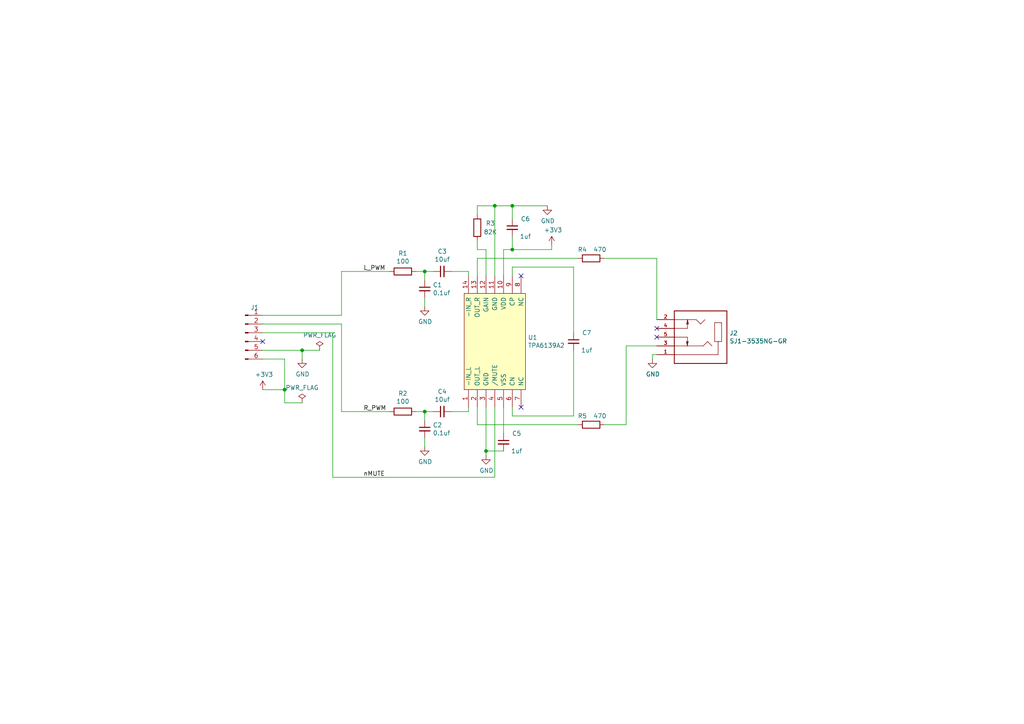
<source format=kicad_sch>
(kicad_sch (version 20211123) (generator eeschema)
  (paper "A4")
  (lib_symbols
    (symbol "Connector:Conn_01x06_Male" (pin_names (offset 1.016) hide)
      (property "Reference" "J" (at 0 7.62 0))
      (property "Value" "Conn_01x06_Male" (at 0 -10.16 0))
      (symbol "Conn_01x06_Male_1_1"
        (polyline (pts (xy 1.27 -7.62) (xy 0.8636 -7.62)) (stroke (width 0.1524)))
        (polyline (pts (xy 1.27 -5.08) (xy 0.8636 -5.08)) (stroke (width 0.1524)))
        (polyline (pts (xy 1.27 -2.54) (xy 0.8636 -2.54)) (stroke (width 0.1524)))
        (polyline (pts (xy 1.27 0) (xy 0.8636 0)) (stroke (width 0.1524)))
        (polyline (pts (xy 1.27 2.54) (xy 0.8636 2.54)) (stroke (width 0.1524)))
        (polyline (pts (xy 1.27 5.08) (xy 0.8636 5.08)) (stroke (width 0.1524)))
        (rectangle (start 0.8636 -7.493) (end 0 -7.747) (stroke (width 0.1524)) (fill (type outline)))
        (rectangle (start 0.8636 -4.953) (end 0 -5.207) (stroke (width 0.1524)) (fill (type outline)))
        (rectangle (start 0.8636 -2.413) (end 0 -2.667) (stroke (width 0.1524)) (fill (type outline)))
        (rectangle (start 0.8636 0.127) (end 0 -0.127) (stroke (width 0.1524)) (fill (type outline)))
        (rectangle (start 0.8636 2.667) (end 0 2.413) (stroke (width 0.1524)) (fill (type outline)))
        (rectangle (start 0.8636 5.207) (end 0 4.953) (stroke (width 0.1524)) (fill (type outline)))
        (pin passive line (at 5.08 5.08 180) (length 3.81) (name "Pin_1") (number "1"))
        (pin passive line (at 5.08 2.54 180) (length 3.81) (name "Pin_2") (number "2"))
        (pin passive line (at 5.08 0 180) (length 3.81) (name "Pin_3") (number "3"))
        (pin passive line (at 5.08 -2.54 180) (length 3.81) (name "Pin_4") (number "4"))
        (pin passive line (at 5.08 -5.08 180) (length 3.81) (name "Pin_5") (number "5"))
        (pin passive line (at 5.08 -7.62 180) (length 3.81) (name "Pin_6") (number "6"))
      )
    )
    (symbol "Device:C_Small" (pin_numbers hide) (pin_names (offset 0.254) hide)
      (property "Reference" "C" (at 0.254 1.778 0))
      (property "Value" "C_Small" (at 0.254 -2.032 0))
      (symbol "C_Small_0_1"
        (polyline (pts (xy -1.524 -0.508) (xy 1.524 -0.508)) (stroke (width 0.3302)))
        (polyline (pts (xy -1.524 0.508) (xy 1.524 0.508)) (stroke (width 0.3048)))
      )
      (symbol "C_Small_1_1"
        (pin passive line (at 0 2.54 270) (length 2.032) (name "~") (number "1"))
        (pin passive line (at 0 -2.54 90) (length 2.032) (name "~") (number "2"))
      )
    )
    (symbol "Device:R" (pin_numbers hide) (pin_names (offset 0))
      (property "Reference" "R" (at 2.032 0 90))
      (property "Value" "R" (at 0 0 90))
      (symbol "R_0_1"
        (rectangle (start -1.016 -2.54) (end 1.016 2.54) (stroke (width 0.254)))
      )
      (symbol "R_1_1"
        (pin passive line (at 0 3.81 270) (length 1.27) (name "~") (number "1"))
        (pin passive line (at 0 -3.81 90) (length 1.27) (name "~") (number "2"))
      )
    )
    (symbol "pdm_pmod-rescue:SJ1-3535NG-GR-emeb_library" (pin_names (offset 1.016) hide)
      (property "Reference" "J" (at -7.62 8.128 0))
      (property "Value" "SJ1-3535NG-GR-emeb_library" (at -7.62 -10.414 0))
      (symbol "SJ1-3535NG-GR-emeb_library_0_0"
        (polyline (pts (xy -7.62 -7.62) (xy -7.62 7.62)) (stroke (width 0.254)))
        (polyline (pts (xy -7.62 7.62) (xy 7.62 7.62)) (stroke (width 0.254)))
        (polyline (pts (xy -6.096 -4.191) (xy -6.096 1.27)) (stroke (width 0.1524)))
        (polyline (pts (xy -6.096 1.27) (xy -5.08 1.27)) (stroke (width 0.1524)))
        (polyline (pts (xy -5.08 1.27) (xy -4.064 1.27)) (stroke (width 0.1524)))
        (polyline (pts (xy -5.08 5.08) (xy -5.08 1.27)) (stroke (width 0.1524)))
        (polyline (pts (xy -4.064 -4.191) (xy -6.096 -4.191)) (stroke (width 0.1524)))
        (polyline (pts (xy -4.064 1.27) (xy -4.064 -4.191)) (stroke (width 0.1524)))
        (polyline (pts (xy -2.032 1.27) (xy -3.302 2.54)) (stroke (width 0.1524)))
        (polyline (pts (xy -0.762 2.54) (xy -2.032 1.27)) (stroke (width 0.1524)))
        (polyline (pts (xy 0 -3.81) (xy -1.27 -5.08)) (stroke (width 0.1524)))
        (polyline (pts (xy 1.27 -5.08) (xy 0 -3.81)) (stroke (width 0.1524)))
        (polyline (pts (xy 3.81 -5.08) (xy 1.27 -5.08)) (stroke (width 0.1524)))
        (polyline (pts (xy 3.81 -5.08) (xy 3.81 -2.54)) (stroke (width 0.1524)))
        (polyline (pts (xy 3.81 0) (xy 3.81 2.54)) (stroke (width 0.1524)))
        (polyline (pts (xy 3.81 2.54) (xy -0.762 2.54)) (stroke (width 0.1524)))
        (polyline (pts (xy 7.62 -7.62) (xy -7.62 -7.62)) (stroke (width 0.254)))
        (polyline (pts (xy 7.62 -5.08) (xy 3.81 -5.08)) (stroke (width 0.1524)))
        (polyline (pts (xy 7.62 -5.08) (xy 7.62 -7.62)) (stroke (width 0.254)))
        (polyline (pts (xy 7.62 -2.54) (xy 3.81 -2.54)) (stroke (width 0.1524)))
        (polyline (pts (xy 7.62 -2.54) (xy 7.62 -5.08)) (stroke (width 0.254)))
        (polyline (pts (xy 7.62 0) (xy 3.81 0)) (stroke (width 0.1524)))
        (polyline (pts (xy 7.62 0) (xy 7.62 -2.54)) (stroke (width 0.254)))
        (polyline (pts (xy 7.62 2.54) (xy 3.81 2.54)) (stroke (width 0.1524)))
        (polyline (pts (xy 7.62 2.54) (xy 7.62 0)) (stroke (width 0.254)))
        (polyline (pts (xy 7.62 5.08) (xy -5.08 5.08)) (stroke (width 0.1524)))
        (polyline (pts (xy 7.62 5.08) (xy 7.62 2.54)) (stroke (width 0.254)))
        (polyline (pts (xy 7.62 7.62) (xy 7.62 5.08)) (stroke (width 0.254)))
        (polyline (pts (xy 3.81 -5.08) (xy 3.5052 -3.81) (xy 4.1402 -3.81)) (stroke (width 0.1524)) (fill (type outline)))
        (polyline (pts (xy 3.81 2.54) (xy 4.1402 1.27) (xy 3.5052 1.27)) (stroke (width 0.1524)) (fill (type outline)))
        (pin passive line (at 12.7 5.08 180) (length 5.08) (name "1") (number "1"))
        (pin passive line (at 12.7 -5.08 180) (length 5.08) (name "2") (number "2"))
        (pin passive line (at 12.7 2.54 180) (length 5.08) (name "3") (number "3"))
        (pin passive line (at 12.7 -2.54 180) (length 5.08) (name "4") (number "4"))
        (pin passive line (at 12.7 0 180) (length 5.08) (name "5") (number "5"))
      )
    )
    (symbol "pdm_pmod-rescue:TPA6139A2-emeb_library" (pin_names (offset 1.016))
      (property "Reference" "U" (at -11.43 10.16 0))
      (property "Value" "TPA6139A2-emeb_library" (at 0 0 0))
      (symbol "TPA6139A2-emeb_library_0_1"
        (rectangle (start -13.97 8.89) (end 13.97 -8.89) (fill (type background)))
      )
      (symbol "TPA6139A2-emeb_library_1_1"
        (pin input line (at -19.05 7.62 0) (length 5.08) (name "-IN_L") (number "1"))
        (pin power_in line (at 19.05 -2.54 180) (length 5.08) (name "VDD") (number "10"))
        (pin power_in line (at 19.05 0 180) (length 5.08) (name "GND") (number "11"))
        (pin input line (at 19.05 2.54 180) (length 5.08) (name "GAIN") (number "12"))
        (pin output line (at 19.05 5.08 180) (length 5.08) (name "OUT_R") (number "13"))
        (pin input line (at 19.05 7.62 180) (length 5.08) (name "-IN_R") (number "14"))
        (pin output line (at -19.05 5.08 0) (length 5.08) (name "OUT_L") (number "2"))
        (pin power_in line (at -19.05 2.54 0) (length 5.08) (name "GND") (number "3"))
        (pin input line (at -19.05 0 0) (length 5.08) (name "/MUTE") (number "4"))
        (pin passive line (at -19.05 -2.54 0) (length 5.08) (name "VSS") (number "5"))
        (pin passive line (at -19.05 -5.08 0) (length 5.08) (name "CN") (number "6"))
        (pin passive line (at -19.05 -7.62 0) (length 5.08) (name "NC") (number "7"))
        (pin passive line (at 19.05 -7.62 180) (length 5.08) (name "NC") (number "8"))
        (pin passive line (at 19.05 -5.08 180) (length 5.08) (name "CP") (number "9"))
      )
    )
    (symbol "power:+3.3V" (power) (pin_names (offset 0))
      (property "Value" "+3.3V" (at 0 3.556 0))
      (symbol "+3.3V_0_1"
        (polyline (pts (xy -0.762 1.27) (xy 0 2.54)))
        (polyline (pts (xy 0 0) (xy 0 2.54)))
        (polyline (pts (xy 0 2.54) (xy 0.762 1.27)))
      )
      (symbol "+3.3V_1_1"
        (pin power_in line (at 0 0 90) (length 0) hide (name "+3V3") (number "1"))
      )
    )
    (symbol "power:GND" (power) (pin_names (offset 0))
      (property "Value" "GND" (at 0 -3.81 0))
      (symbol "GND_0_1"
        (polyline (pts (xy 0 0) (xy 0 -1.27) (xy 1.27 -1.27) (xy 0 -2.54) (xy -1.27 -1.27) (xy 0 -1.27)))
      )
      (symbol "GND_1_1"
        (pin power_in line (at 0 0 270) (length 0) hide (name "GND") (number "1"))
      )
    )
    (symbol "power:PWR_FLAG" (power) (pin_numbers hide) (pin_names (offset 0) hide)
      (property "Value" "PWR_FLAG" (at 0 3.81 0))
      (symbol "PWR_FLAG_0_0"
        (pin power_out line (at 0 0 90) (length 0) (name "pwr") (number "1"))
      )
      (symbol "PWR_FLAG_0_1"
        (polyline (pts (xy 0 0) (xy 0 1.27) (xy -1.016 1.905) (xy 0 2.54) (xy 1.016 1.905) (xy 0 1.27)))
      )
    )
  )
  (junction (at 123.19 119.38))
  (junction (at 148.59 72.39))
  (junction (at 140.97 130.81))
  (junction (at 87.63 101.6))
  (junction (at 148.59 59.69))
  (junction (at 143.51 59.69))
  (junction (at 123.19 78.74))
  (junction (at 82.55 113.03))
  (no_connect (at 190.5 95.25))
  (no_connect (at 151.13 118.11))
  (no_connect (at 151.13 80.01))
  (no_connect (at 190.5 97.79))
  (no_connect (at 76.2 99.06))
  (wire (pts (xy 113.03 119.38) (xy 99.06 119.38)))
  (wire (pts (xy 130.81 119.38) (xy 135.89 119.38)))
  (wire (pts (xy 82.55 104.14) (xy 82.55 113.03)))
  (wire (pts (xy 143.51 80.01) (xy 143.51 59.69)))
  (wire (pts (xy 138.43 62.23) (xy 138.43 59.69)))
  (wire (pts (xy 140.97 130.81) (xy 140.97 132.08)))
  (wire (pts (xy 82.55 116.84) (xy 87.63 116.84)))
  (wire (pts (xy 87.63 101.6) (xy 87.63 104.14)))
  (wire (pts (xy 148.59 72.39) (xy 160.02 72.39)))
  (wire (pts (xy 143.51 138.43) (xy 96.52 138.43)))
  (wire (pts (xy 148.59 63.5) (xy 148.59 59.69)))
  (wire (pts (xy 123.19 127) (xy 123.19 129.54)))
  (wire (pts (xy 138.43 80.01) (xy 138.43 74.93)))
  (wire (pts (xy 190.5 102.87) (xy 189.23 102.87)))
  (wire (pts (xy 82.55 113.03) (xy 76.2 113.03)))
  (wire (pts (xy 166.37 120.65) (xy 166.37 101.6)))
  (wire (pts (xy 125.73 119.38) (xy 123.19 119.38)))
  (wire (pts (xy 76.2 101.6) (xy 87.63 101.6)))
  (wire (pts (xy 148.59 80.01) (xy 148.59 77.47)))
  (wire (pts (xy 138.43 72.39) (xy 138.43 69.85)))
  (wire (pts (xy 99.06 93.98) (xy 99.06 119.38)))
  (wire (pts (xy 181.61 123.19) (xy 175.26 123.19)))
  (wire (pts (xy 140.97 118.11) (xy 140.97 130.81)))
  (wire (pts (xy 99.06 78.74) (xy 113.03 78.74)))
  (wire (pts (xy 143.51 118.11) (xy 143.51 138.43)))
  (wire (pts (xy 123.19 119.38) (xy 123.19 121.92)))
  (wire (pts (xy 125.73 78.74) (xy 123.19 78.74)))
  (wire (pts (xy 138.43 123.19) (xy 138.43 118.11)))
  (wire (pts (xy 76.2 96.52) (xy 96.52 96.52)))
  (wire (pts (xy 138.43 59.69) (xy 143.51 59.69)))
  (wire (pts (xy 76.2 91.44) (xy 99.06 91.44)))
  (wire (pts (xy 146.05 118.11) (xy 146.05 125.73)))
  (wire (pts (xy 148.59 72.39) (xy 148.59 68.58)))
  (wire (pts (xy 166.37 77.47) (xy 166.37 96.52)))
  (wire (pts (xy 175.26 74.93) (xy 190.5 74.93)))
  (wire (pts (xy 140.97 80.01) (xy 140.97 72.39)))
  (wire (pts (xy 148.59 77.47) (xy 166.37 77.47)))
  (wire (pts (xy 160.02 72.39) (xy 160.02 71.12)))
  (wire (pts (xy 82.55 113.03) (xy 82.55 116.84)))
  (wire (pts (xy 123.19 78.74) (xy 123.19 81.28)))
  (wire (pts (xy 92.71 101.6) (xy 87.63 101.6)))
  (wire (pts (xy 135.89 78.74) (xy 135.89 80.01)))
  (wire (pts (xy 96.52 96.52) (xy 96.52 138.43)))
  (wire (pts (xy 143.51 59.69) (xy 148.59 59.69)))
  (wire (pts (xy 76.2 93.98) (xy 99.06 93.98)))
  (wire (pts (xy 146.05 72.39) (xy 148.59 72.39)))
  (wire (pts (xy 76.2 104.14) (xy 82.55 104.14)))
  (wire (pts (xy 140.97 72.39) (xy 138.43 72.39)))
  (wire (pts (xy 148.59 120.65) (xy 166.37 120.65)))
  (wire (pts (xy 138.43 123.19) (xy 167.64 123.19)))
  (wire (pts (xy 130.81 78.74) (xy 135.89 78.74)))
  (wire (pts (xy 148.59 118.11) (xy 148.59 120.65)))
  (wire (pts (xy 181.61 100.33) (xy 181.61 123.19)))
  (wire (pts (xy 146.05 130.81) (xy 140.97 130.81)))
  (wire (pts (xy 148.59 59.69) (xy 158.75 59.69)))
  (wire (pts (xy 190.5 74.93) (xy 190.5 92.71)))
  (wire (pts (xy 120.65 78.74) (xy 123.19 78.74)))
  (wire (pts (xy 123.19 86.36) (xy 123.19 88.9)))
  (wire (pts (xy 189.23 102.87) (xy 189.23 104.14)))
  (wire (pts (xy 99.06 78.74) (xy 99.06 91.44)))
  (wire (pts (xy 120.65 119.38) (xy 123.19 119.38)))
  (wire (pts (xy 146.05 80.01) (xy 146.05 72.39)))
  (wire (pts (xy 135.89 119.38) (xy 135.89 118.11)))
  (wire (pts (xy 190.5 100.33) (xy 181.61 100.33)))
  (wire (pts (xy 138.43 74.93) (xy 167.64 74.93)))
  (label "L_PWM" (at 105.41 78.74 0))
  (label "R_PWM" (at 105.41 119.38 0))
  (label "nMUTE" (at 105.41 138.43 0))
  (symbol (lib_id "Device:R") (at 116.84 78.74 270) (unit 1)
    (property "Reference" "R1" (at 116.84 73.4822 90))
    (property "Value" "100" (at 116.84 75.7936 90))
    (property "Footprint" "Resistors_SMD:R_0603_HandSoldering" (effects hide))
  )
  (symbol (lib_id "Device:C_Small") (at 123.19 83.82 0) (unit 1)
    (property "Reference" "C1" (at 125.5268 82.6516 0) (effects (justify left)))
    (property "Value" "0.1uf" (at 125.5268 84.963 0) (effects (justify left)))
    (property "Footprint" "Capacitors_SMD:C_0603_HandSoldering" (effects hide))
  )
  (symbol (lib_id "power:GND") (at 123.19 88.9 0) (unit 1)
    (property "Reference" "#PWR0101" (effects hide))
    (property "Value" "GND" (at 123.317 93.2942 0))
  )
  (symbol (lib_id "Device:C_Small") (at 128.27 78.74 90) (unit 1)
    (property "Reference" "C3" (at 128.27 72.9234 90))
    (property "Value" "10uf" (at 128.27 75.2348 90))
    (property "Footprint" "Capacitors_SMD:C_0805_HandSoldering" (effects hide))
  )
  (symbol (lib_id "Device:R") (at 116.84 119.38 270) (unit 1)
    (property "Reference" "R2" (at 116.84 114.1222 90))
    (property "Value" "100" (at 116.84 116.4336 90))
    (property "Footprint" "Resistors_SMD:R_0603_HandSoldering" (effects hide))
  )
  (symbol (lib_id "Device:C_Small") (at 123.19 124.46 0) (unit 1)
    (property "Reference" "C2" (at 125.5268 123.2916 0) (effects (justify left)))
    (property "Value" "0.1uf" (at 125.5268 125.603 0) (effects (justify left)))
    (property "Footprint" "Capacitors_SMD:C_0603_HandSoldering" (effects hide))
  )
  (symbol (lib_id "power:GND") (at 123.19 129.54 0) (unit 1)
    (property "Reference" "#PWR0102" (effects hide))
    (property "Value" "GND" (at 123.317 133.9342 0))
  )
  (symbol (lib_id "Device:C_Small") (at 128.27 119.38 90) (unit 1)
    (property "Reference" "C4" (at 128.27 113.5634 90))
    (property "Value" "10uf" (at 128.27 115.8748 90))
    (property "Footprint" "Capacitors_SMD:C_0805_HandSoldering" (effects hide))
  )
  (symbol (lib_id "power:GND") (at 140.97 132.08 0) (unit 1)
    (property "Reference" "#PWR0103" (effects hide))
    (property "Value" "GND" (at 141.097 136.4742 0))
  )
  (symbol (lib_id "Device:C_Small") (at 166.37 99.06 0) (unit 1)
    (property "Reference" "C7" (at 170.18 96.52 0))
    (property "Value" "1uf" (at 170.18 101.6 0))
    (property "Footprint" "Capacitors_SMD:C_0805_HandSoldering" (effects hide))
  )
  (symbol (lib_id "power:GND") (at 158.75 59.69 0) (unit 1)
    (property "Reference" "#PWR0104" (effects hide))
    (property "Value" "GND" (at 158.877 64.0842 0))
  )
  (symbol (lib_id "Device:C_Small") (at 148.59 66.04 0) (unit 1)
    (property "Reference" "C6" (at 152.4 63.5 0))
    (property "Value" "1uf" (at 152.4 68.58 0))
    (property "Footprint" "Capacitors_SMD:C_0805_HandSoldering" (effects hide))
  )
  (symbol (lib_id "Device:R") (at 138.43 66.04 180) (unit 1)
    (property "Reference" "R3" (at 142.24 64.77 0))
    (property "Value" "82K" (at 142.24 67.31 0))
    (property "Footprint" "Resistors_SMD:R_0603_HandSoldering" (effects hide))
  )
  (symbol (lib_id "Device:C_Small") (at 146.05 128.27 0) (unit 1)
    (property "Reference" "C5" (at 149.86 125.73 0))
    (property "Value" "1uf" (at 149.86 130.81 0))
    (property "Footprint" "Capacitors_SMD:C_0805_HandSoldering" (effects hide))
  )
  (symbol (lib_id "power:+3.3V") (at 160.02 71.12 0) (unit 1)
    (property "Reference" "#PWR0105" (effects hide))
    (property "Value" "+3.3V" (at 160.401 66.7258 0))
  )
  (symbol (lib_id "Device:R") (at 171.45 74.93 270) (unit 1)
    (property "Reference" "R4" (at 168.91 72.39 90))
    (property "Value" "470" (at 173.99 72.39 90))
    (property "Footprint" "Resistors_SMD:R_0603_HandSoldering" (effects hide))
  )
  (symbol (lib_id "Device:R") (at 171.45 123.19 270) (unit 1)
    (property "Reference" "R5" (at 168.91 120.65 90))
    (property "Value" "470" (at 173.99 120.65 90))
    (property "Footprint" "Resistors_SMD:R_0603_HandSoldering" (effects hide))
  )
  (symbol (lib_id "pdm_pmod-rescue:TPA6139A2-emeb_library") (at 143.51 99.06 90) (unit 1)
    (property "Reference" "U1" (at 153.1112 97.8916 90) (effects (justify right)))
    (property "Value" "TPA6139A2" (at 153.1112 100.203 90) (effects (justify right)))
    (property "Footprint" "Housings_SSOP:TSSOP-14_4.4x5mm_Pitch0.65mm" (effects hide))
  )
  (symbol (lib_id "pdm_pmod-rescue:SJ1-3535NG-GR-emeb_library") (at 203.2 97.79 180) (unit 1)
    (property "Reference" "J2" (at 211.582 96.6216 0) (effects (justify right)))
    (property "Value" "SJ1-3535NG-GR" (at 211.582 98.933 0) (effects (justify right)))
    (property "Footprint" "CUI_SJ1-3535NG-GR" (effects hide))
    (property "Datasheet" "1.02" (effects hide))
    (property "Field4" "CUI" (effects hide))
    (property "Field5" "Manufacturer recommendation" (effects hide))
  )
  (symbol (lib_id "power:GND") (at 189.23 104.14 0) (unit 1)
    (property "Reference" "#PWR0106" (effects hide))
    (property "Value" "GND" (at 189.357 108.5342 0))
  )
  (symbol (lib_id "Connector:Conn_01x06_Male") (at 71.12 96.52 0) (unit 1)
    (property "Reference" "J1" (at 73.8632 89.1794 0))
    (property "Value" "Conn_01x06_Male" (effects hide))
    (property "Footprint" "Pin_Headers:Pin_Header_Straight_1x06_Pitch2.54mm" (effects hide))
  )
  (symbol (lib_id "power:GND") (at 87.63 104.14 0) (unit 1)
    (property "Reference" "#PWR0107" (effects hide))
    (property "Value" "GND" (at 87.757 108.5342 0))
  )
  (symbol (lib_id "power:+3.3V") (at 76.2 113.03 0) (unit 1)
    (property "Reference" "#PWR0108" (effects hide))
    (property "Value" "+3.3V" (at 76.581 108.6358 0))
  )
  (symbol (lib_id "power:PWR_FLAG") (at 87.63 116.84 0) (unit 1)
    (property "Reference" "#FLG0101" (effects hide))
    (property "Value" "PWR_FLAG" (at 87.63 112.4458 0))
  )
  (symbol (lib_id "power:PWR_FLAG") (at 92.71 101.6 0) (unit 1)
    (property "Reference" "#FLG0102" (effects hide))
    (property "Value" "PWR_FLAG" (at 92.71 97.2058 0))
  )
)
</source>
